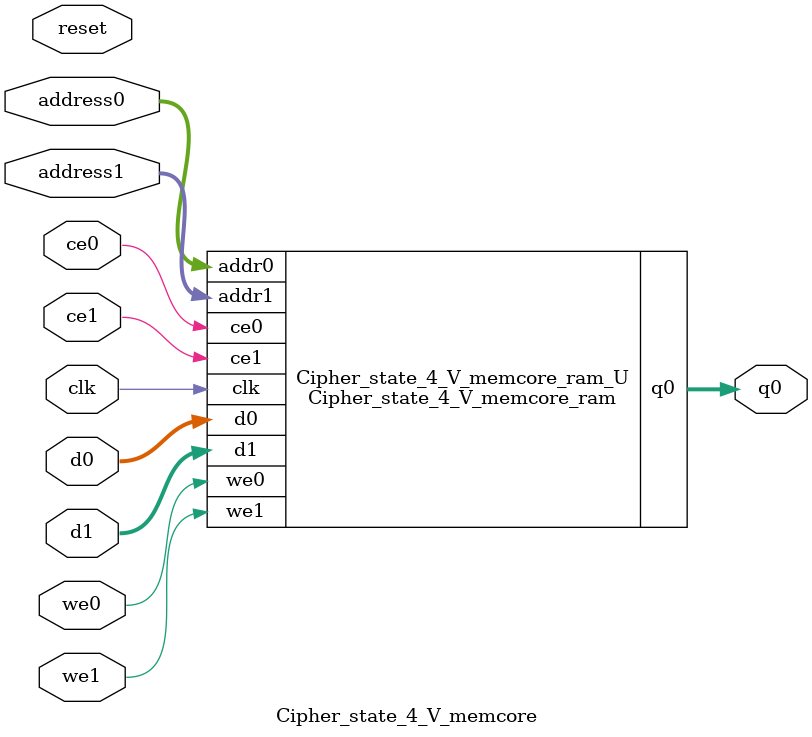
<source format=v>
`timescale 1 ns / 1 ps
module Cipher_state_4_V_memcore_ram (addr0, ce0, d0, we0, q0, addr1, ce1, d1, we1,  clk);

parameter DWIDTH = 8;
parameter AWIDTH = 4;
parameter MEM_SIZE = 16;

input[AWIDTH-1:0] addr0;
input ce0;
input[DWIDTH-1:0] d0;
input we0;
output reg[DWIDTH-1:0] q0;
input[AWIDTH-1:0] addr1;
input ce1;
input[DWIDTH-1:0] d1;
input we1;
input clk;

(* ram_style = "block" *)reg [DWIDTH-1:0] ram[0:MEM_SIZE-1];




always @(posedge clk)  
begin 
    if (ce0) 
    begin
        if (we0) 
        begin 
            ram[addr0] <= d0; 
        end 
        q0 <= ram[addr0];
    end
end


always @(posedge clk)  
begin 
    if (ce1) 
    begin
        if (we1) 
        begin 
            ram[addr1] <= d1; 
        end 
    end
end


endmodule

`timescale 1 ns / 1 ps
module Cipher_state_4_V_memcore(
    reset,
    clk,
    address0,
    ce0,
    we0,
    d0,
    q0,
    address1,
    ce1,
    we1,
    d1);

parameter DataWidth = 32'd8;
parameter AddressRange = 32'd16;
parameter AddressWidth = 32'd4;
input reset;
input clk;
input[AddressWidth - 1:0] address0;
input ce0;
input we0;
input[DataWidth - 1:0] d0;
output[DataWidth - 1:0] q0;
input[AddressWidth - 1:0] address1;
input ce1;
input we1;
input[DataWidth - 1:0] d1;



Cipher_state_4_V_memcore_ram Cipher_state_4_V_memcore_ram_U(
    .clk( clk ),
    .addr0( address0 ),
    .ce0( ce0 ),
    .we0( we0 ),
    .d0( d0 ),
    .q0( q0 ),
    .addr1( address1 ),
    .ce1( ce1 ),
    .we1( we1 ),
    .d1( d1 ));

endmodule


</source>
